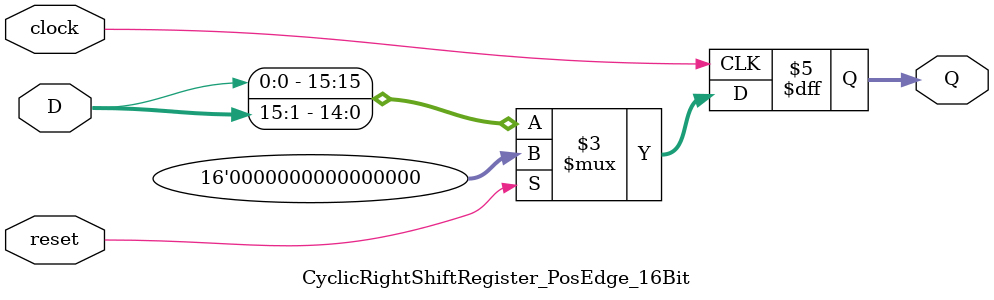
<source format=v>
module CyclicRightShiftRegister_PosEdge_16Bit (clock, reset, D, Q);
    input clock;
    input reset;
    input [15:0] D;
    output reg [15:0] Q;

    always @(posedge clock)
    begin
        if (reset)
            Q <= 16'b0000000000000000;
        else
            Q <= {D[0], D[15:1]};        
    end
endmodule

</source>
